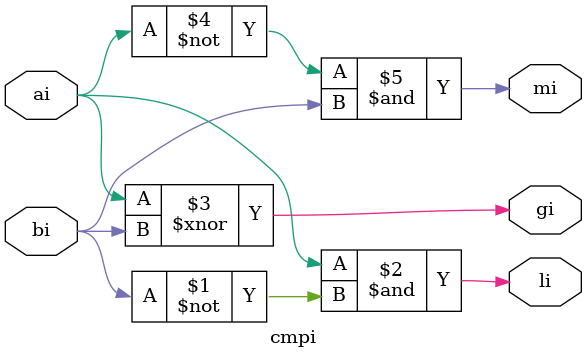
<source format=v>
module cmpi(ai,bi,li,mi,gi);
	input  wire ai,bi;
	output wire li,mi,gi;
	assign li = ai & (~bi);
	assign gi = ai ^~ bi;
	assign mi = (~ai) & bi;
endmodule
</source>
